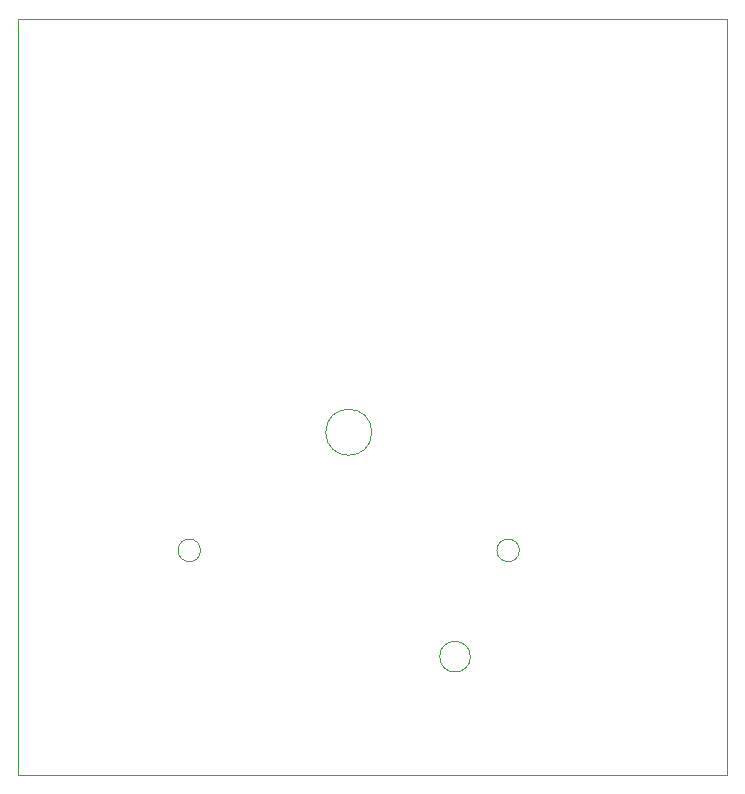
<source format=gm1>
%TF.GenerationSoftware,KiCad,Pcbnew,8.0.8*%
%TF.CreationDate,2025-02-12T14:25:56-08:00*%
%TF.ProjectId,jazmyn_hwsw,6a617a6d-796e-45f6-9877-73772e6b6963,rev?*%
%TF.SameCoordinates,Original*%
%TF.FileFunction,Profile,NP*%
%FSLAX46Y46*%
G04 Gerber Fmt 4.6, Leading zero omitted, Abs format (unit mm)*
G04 Created by KiCad (PCBNEW 8.0.8) date 2025-02-12 14:25:56*
%MOMM*%
%LPD*%
G01*
G04 APERTURE LIST*
%TA.AperFunction,Profile*%
%ADD10C,0.050000*%
%TD*%
G04 APERTURE END LIST*
D10*
X69500000Y-65000000D02*
X129500000Y-65000000D01*
X129500000Y-129000000D01*
X69500000Y-129000000D01*
X69500000Y-65000000D01*
%TO.C,M1*%
X84950000Y-110000000D02*
G75*
G02*
X83050000Y-110000000I-950000J0D01*
G01*
X83050000Y-110000000D02*
G75*
G02*
X84950000Y-110000000I950000J0D01*
G01*
X99450000Y-100000000D02*
G75*
G02*
X95550000Y-100000000I-1950000J0D01*
G01*
X95550000Y-100000000D02*
G75*
G02*
X99450000Y-100000000I1950000J0D01*
G01*
X107800000Y-119000000D02*
G75*
G02*
X105200000Y-119000000I-1300000J0D01*
G01*
X105200000Y-119000000D02*
G75*
G02*
X107800000Y-119000000I1300000J0D01*
G01*
X111950000Y-110000000D02*
G75*
G02*
X110050000Y-110000000I-950000J0D01*
G01*
X110050000Y-110000000D02*
G75*
G02*
X111950000Y-110000000I950000J0D01*
G01*
%TD*%
M02*

</source>
